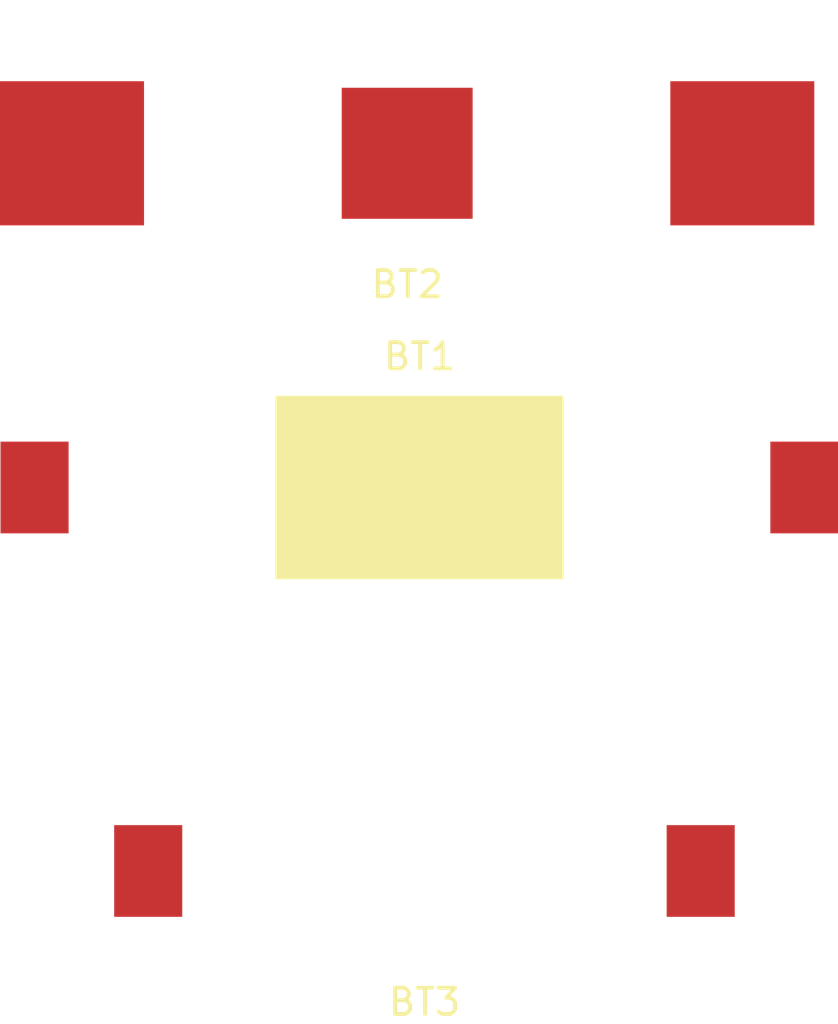
<source format=kicad_pcb>
(kicad_pcb (version 4) (host pcbnew 4.0.6)

  (general
    (links 5)
    (no_connects 5)
    (area 0 0 0 0)
    (thickness 1.6)
    (drawings 0)
    (tracks 0)
    (zones 0)
    (modules 3)
    (nets 3)
  )

  (page A4)
  (layers
    (0 F.Cu signal)
    (31 B.Cu signal)
    (32 B.Adhes user)
    (33 F.Adhes user)
    (34 B.Paste user)
    (35 F.Paste user)
    (36 B.SilkS user)
    (37 F.SilkS user)
    (38 B.Mask user)
    (39 F.Mask user)
    (40 Dwgs.User user)
    (41 Cmts.User user)
    (42 Eco1.User user)
    (43 Eco2.User user)
    (44 Edge.Cuts user)
    (45 Margin user)
    (46 B.CrtYd user)
    (47 F.CrtYd user)
    (48 B.Fab user)
    (49 F.Fab user)
  )

  (setup
    (last_trace_width 0.25)
    (trace_clearance 0.2)
    (zone_clearance 0.508)
    (zone_45_only no)
    (trace_min 0.2)
    (segment_width 0.2)
    (edge_width 0.15)
    (via_size 0.6)
    (via_drill 0.4)
    (via_min_size 0.4)
    (via_min_drill 0.3)
    (uvia_size 0.3)
    (uvia_drill 0.1)
    (uvias_allowed no)
    (uvia_min_size 0.2)
    (uvia_min_drill 0.1)
    (pcb_text_width 0.3)
    (pcb_text_size 1.5 1.5)
    (mod_edge_width 0.15)
    (mod_text_size 1 1)
    (mod_text_width 0.15)
    (pad_size 2.6 3.5)
    (pad_drill 0)
    (pad_to_mask_clearance 0.2)
    (aux_axis_origin 0 0)
    (visible_elements 7FFFFFFF)
    (pcbplotparams
      (layerselection 0x00030_80000001)
      (usegerberextensions false)
      (excludeedgelayer true)
      (linewidth 0.100000)
      (plotframeref false)
      (viasonmask false)
      (mode 1)
      (useauxorigin false)
      (hpglpennumber 1)
      (hpglpenspeed 20)
      (hpglpendiameter 15)
      (hpglpenoverlay 2)
      (psnegative false)
      (psa4output false)
      (plotreference true)
      (plotvalue true)
      (plotinvisibletext false)
      (padsonsilk false)
      (subtractmaskfromsilk false)
      (outputformat 1)
      (mirror false)
      (drillshape 1)
      (scaleselection 1)
      (outputdirectory ""))
  )

  (net 0 "")
  (net 1 +3V3)
  (net 2 GND)

  (net_class Default "This is the default net class."
    (clearance 0.2)
    (trace_width 0.25)
    (via_dia 0.6)
    (via_drill 0.4)
    (uvia_dia 0.3)
    (uvia_drill 0.1)
    (add_net +3V3)
    (add_net GND)
  )

  (module Battery_Holders:SMTU2032 (layer F.Cu) (tedit 5926C084) (tstamp 5926C0B8)
    (at 148.5011 105.0036)
    (path /592692E8)
    (fp_text reference BT1 (at 0 -5) (layer F.SilkS)
      (effects (font (size 1 1) (thickness 0.15)))
    )
    (fp_text value Battery_Cell (at 0 5) (layer F.Fab)
      (effects (font (size 1 1) (thickness 0.15)))
    )
    (pad 1 smd rect (at 14.7 0) (size 2.6 3.5) (layers F.Cu F.Mask)
      (net 1 +3V3))
    (pad 2 smd rect (at -14.7 0) (size 2.6 3.5) (layers F.Cu F.Mask)
      (net 2 GND))
    (pad "" smd rect (at 0 0) (size 11 7) (layers F.Adhes F.SilkS))
  )

  (module Battery_Holders:S8211R (layer F.Cu) (tedit 5926C0D5) (tstamp 5926C0BF)
    (at 148.0312 92.2528 180)
    (path /5926BEA1)
    (fp_text reference BT2 (at 0 -5 180) (layer F.SilkS)
      (effects (font (size 1 1) (thickness 0.15)))
    )
    (fp_text value Battery_Cell (at 0 5 180) (layer F.Fab)
      (effects (font (size 1 1) (thickness 0.15)))
    )
    (pad 1 smd rect (at 12.8 0 180) (size 5.5 5.5) (layers F.Cu F.Mask)
      (net 1 +3V3))
    (pad 2 smd rect (at 0 0 180) (size 5 5) (layers F.Cu F.Mask)
      (net 2 GND))
    (pad 1 smd rect (at -12.8 0 180) (size 5.5 5.5) (layers F.Cu F.Mask)
      (net 1 +3V3))
  )

  (module Battery_Holders:SMTU1225-LF (layer F.Cu) (tedit 59427DF6) (tstamp 59427E43)
    (at 148.6916 119.634 180)
    (path /59427AC4)
    (fp_text reference BT3 (at 0 -5 180) (layer F.SilkS)
      (effects (font (size 1 1) (thickness 0.15)))
    )
    (fp_text value Battery_Cell (at 0 5 180) (layer F.Fab)
      (effects (font (size 1 1) (thickness 0.15)))
    )
    (pad 1 smd rect (at -10.55 0 180) (size 2.6 3.5) (layers F.Cu F.Paste F.Mask)
      (net 1 +3V3))
    (pad "" smd rect (at 0 0 180) (size 7 7) (layers F.Adhes))
    (pad 2 smd rect (at 10.55 0 180) (size 2.6 3.5) (layers F.Cu F.Paste F.Mask)
      (net 2 GND))
  )

)

</source>
